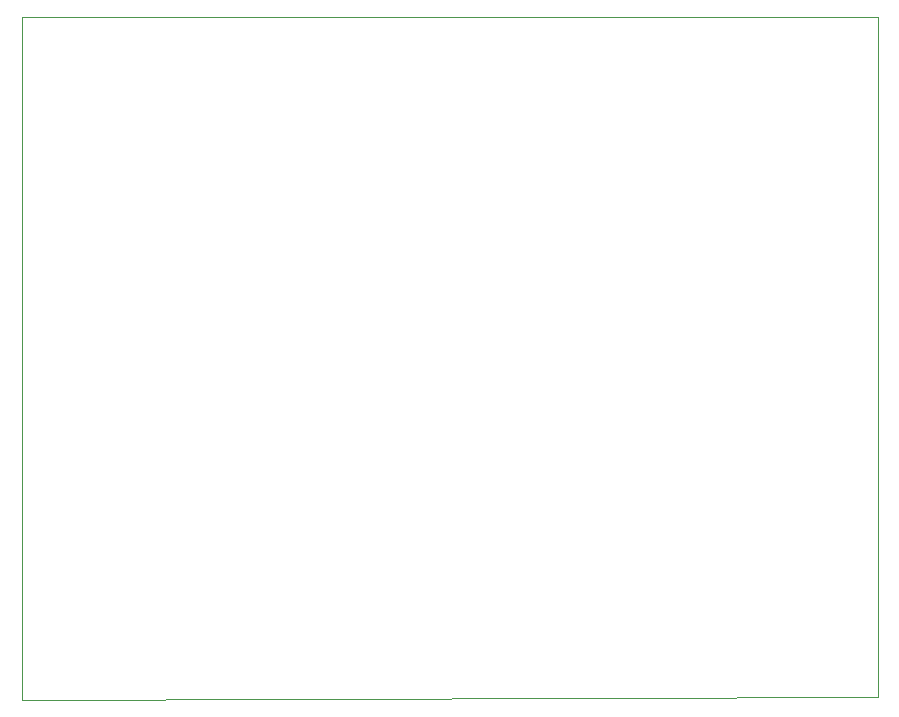
<source format=gbr>
G04*
G04 #@! TF.GenerationSoftware,Altium Limited,Altium Designer,22.4.2 (48)*
G04*
G04 Layer_Color=0*
%FSLAX25Y25*%
%MOIN*%
G70*
G04*
G04 #@! TF.SameCoordinates,05EB306F-8607-470A-85BC-A44C10D5EEA8*
G04*
G04*
G04 #@! TF.FilePolarity,Positive*
G04*
G01*
G75*
%ADD57C,0.00100*%
D57*
X181Y-15D02*
X181Y227702D01*
X285561D01*
X285561Y946D01*
X181Y-15D01*
M02*

</source>
